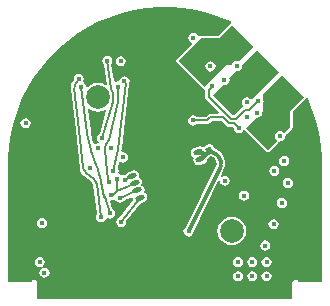
<source format=gbl>
G04*
G04 #@! TF.GenerationSoftware,Altium Limited,Altium Designer,20.2.5 (213)*
G04*
G04 Layer_Physical_Order=4*
G04 Layer_Color=16711680*
%FSLAX25Y25*%
%MOIN*%
G70*
G04*
G04 #@! TF.SameCoordinates,6A220F91-A522-4A6E-AAF5-B6834703FD54*
G04*
G04*
G04 #@! TF.FilePolarity,Positive*
G04*
G01*
G75*
%ADD11C,0.00787*%
%ADD39C,0.07874*%
%ADD41C,0.01181*%
%ADD48R,0.07874X0.07874*%
%ADD69C,0.09449*%
%ADD70C,0.01772*%
G04:AMPARAMS|DCode=71|XSize=19.68mil|YSize=23.62mil|CornerRadius=1.97mil|HoleSize=0mil|Usage=FLASHONLY|Rotation=200.000|XOffset=0mil|YOffset=0mil|HoleType=Round|Shape=RoundedRectangle|*
%AMROUNDEDRECTD71*
21,1,0.01968,0.01968,0,0,200.0*
21,1,0.01575,0.02362,0,0,200.0*
1,1,0.00394,-0.01077,0.00656*
1,1,0.00394,0.00403,0.01194*
1,1,0.00394,0.01077,-0.00656*
1,1,0.00394,-0.00403,-0.01194*
%
%ADD71ROUNDEDRECTD71*%
G04:AMPARAMS|DCode=72|XSize=17.72mil|YSize=31.5mil|CornerRadius=0mil|HoleSize=0mil|Usage=FLASHONLY|Rotation=290.000|XOffset=0mil|YOffset=0mil|HoleType=Round|Shape=Round|*
%AMOVALD72*
21,1,0.01378,0.01772,0.00000,0.00000,20.0*
1,1,0.01772,-0.00647,-0.00236*
1,1,0.01772,0.00647,0.00236*
%
%ADD72OVALD72*%

G36*
X-0Y52347D02*
X2057D01*
X6157Y52024D01*
X10220Y51381D01*
X14220Y50420D01*
X18132Y49149D01*
X21932Y47575D01*
X22098Y47491D01*
X22026Y46966D01*
X21964Y46954D01*
X21703Y46780D01*
X21703Y46780D01*
X17763Y42840D01*
X11971Y42840D01*
X11971Y42840D01*
X11664Y42778D01*
X11550Y42702D01*
X11144Y42761D01*
X10963Y42871D01*
X10655Y43332D01*
X10102Y43702D01*
X9449Y43832D01*
X8796Y43702D01*
X8242Y43332D01*
X7873Y42779D01*
X7743Y42126D01*
X7873Y41473D01*
X8242Y40920D01*
X8703Y40612D01*
X8864Y40065D01*
X3887Y35088D01*
X3712Y34827D01*
X3651Y34520D01*
X3712Y34213D01*
X3887Y33953D01*
X3887Y33953D01*
X12687Y25152D01*
X12947Y24978D01*
X13331Y24570D01*
X13363Y24429D01*
Y22441D01*
X13363Y22441D01*
X13454Y21980D01*
X13715Y21589D01*
X18038Y17267D01*
X17847Y16805D01*
X15097D01*
X14636Y16713D01*
X14245Y16452D01*
X14245Y16452D01*
X13545Y15753D01*
X10628D01*
X10627Y15755D01*
X10073Y16124D01*
X9420Y16254D01*
X8767Y16124D01*
X8214Y15755D01*
X7844Y15201D01*
X7714Y14548D01*
X7844Y13895D01*
X8214Y13342D01*
X8767Y12972D01*
X9420Y12842D01*
X10073Y12972D01*
X10627Y13342D01*
X10628Y13344D01*
X14044D01*
X14044Y13344D01*
X14505Y13436D01*
X14896Y13697D01*
X14896Y13697D01*
X15595Y14396D01*
X18955D01*
X20559Y12793D01*
X20559Y12793D01*
X20950Y12532D01*
X21410Y12440D01*
X21411Y12440D01*
X22465D01*
X22862Y12043D01*
X22862Y12040D01*
X22992Y11387D01*
X23361Y10834D01*
X23915Y10464D01*
X24568Y10334D01*
X25221Y10464D01*
X25774Y10834D01*
X25995Y11164D01*
X26072Y11206D01*
X26568Y11249D01*
X26600Y11239D01*
X33674Y4165D01*
X33935Y3991D01*
X34242Y3930D01*
X34549Y3991D01*
X34809Y4165D01*
X37816Y7172D01*
X37839Y7205D01*
X37869Y7230D01*
X37925Y7334D01*
X37990Y7432D01*
X38418Y7620D01*
X39070Y7750D01*
X39624Y8120D01*
X39994Y8673D01*
X40124Y9326D01*
X40311Y9753D01*
X40409Y9819D01*
X40513Y9874D01*
X40539Y9905D01*
X40572Y9927D01*
X42326Y11681D01*
X42500Y11942D01*
X42561Y12249D01*
Y17484D01*
X46780Y21703D01*
X46954Y21964D01*
X46966Y22026D01*
X47491Y22098D01*
X47575Y21932D01*
X49149Y18132D01*
X50420Y14220D01*
X51381Y10220D01*
X52024Y6157D01*
X52347Y2057D01*
Y-0D01*
X52347Y-38567D01*
X43307Y-38567D01*
X43000Y-38628D01*
X42739Y-38802D01*
X42565Y-39063D01*
X42504Y-39370D01*
X42504Y-44866D01*
X-42504Y-44866D01*
X-42504Y-39370D01*
X-42565Y-39063D01*
X-42739Y-38802D01*
X-43000Y-38628D01*
X-43307Y-38567D01*
X-52347D01*
X-52347Y-0D01*
X-52347Y2057D01*
X-52024Y6157D01*
X-51381Y10220D01*
X-50420Y14220D01*
X-49149Y18132D01*
X-47575Y21932D01*
X-45708Y25597D01*
X-43558Y29105D01*
X-41141Y32432D01*
X-38469Y35560D01*
X-35561Y38469D01*
X-32433Y41141D01*
X-29105Y43558D01*
X-25598Y45708D01*
X-21933Y47575D01*
X-18132Y49149D01*
X-14220Y50420D01*
X-10220Y51381D01*
X-6157Y52024D01*
X-2057Y52347D01*
X-0Y52347D01*
D02*
G37*
G36*
X29509Y38974D02*
X24740Y34205D01*
X24669Y34253D01*
X24016Y34383D01*
X23363Y34253D01*
X22809Y33884D01*
X22440Y33330D01*
X22400Y33128D01*
X20663D01*
X15095Y27560D01*
X15095D01*
X14542Y27191D01*
X14172Y26637D01*
D01*
X13255Y25720D01*
X4454Y34520D01*
X11971Y42037D01*
X18095Y42037D01*
X22271Y46213D01*
X29509Y38974D01*
D02*
G37*
G36*
X37861Y30623D02*
X28990Y21752D01*
X28493Y21801D01*
X28488Y21807D01*
X27935Y22177D01*
X27282Y22307D01*
X26629Y22177D01*
X26076Y21807D01*
X25706Y21254D01*
X25576Y20601D01*
X25706Y19948D01*
X25947Y19586D01*
X25952Y19573D01*
X25875Y19031D01*
X25834Y18955D01*
X25717Y18877D01*
X25717Y18877D01*
X23067Y16226D01*
X22748D01*
X15868Y23106D01*
X19225Y26463D01*
X19835Y26342D01*
X20488Y26472D01*
X21041Y26841D01*
X21411Y27395D01*
X21541Y28048D01*
X21420Y28658D01*
X23780Y31018D01*
X24016Y30971D01*
X24669Y31101D01*
X25222Y31471D01*
X25592Y32024D01*
X25722Y32677D01*
X25675Y32913D01*
X30623Y37861D01*
X37861Y30623D01*
D02*
G37*
G36*
X46213Y22271D02*
X41758Y17817D01*
Y12249D01*
X40004Y10495D01*
X39624Y10532D01*
X39070Y10902D01*
X38418Y11032D01*
X37765Y10902D01*
X37211Y10532D01*
X36841Y9979D01*
X36712Y9326D01*
X36841Y8673D01*
X37211Y8120D01*
X37249Y7740D01*
X34242Y4733D01*
X27004Y11971D01*
X30500Y15467D01*
X30762Y15415D01*
X31415Y15545D01*
X31968Y15915D01*
X32338Y16468D01*
X32468Y17121D01*
X32416Y17383D01*
X32850Y17817D01*
Y20839D01*
X32886Y21018D01*
X32850Y21198D01*
Y23385D01*
X38974Y29509D01*
X46213Y22271D01*
D02*
G37*
%LPC*%
G36*
X-14764Y35995D02*
X-15417Y35865D01*
X-15970Y35495D01*
X-16340Y34942D01*
X-16470Y34289D01*
X-16340Y33636D01*
X-15970Y33083D01*
X-15417Y32713D01*
X-14764Y32583D01*
X-14111Y32713D01*
X-13557Y33083D01*
X-13188Y33636D01*
X-13058Y34289D01*
X-13188Y34942D01*
X-13557Y35495D01*
X-14111Y35865D01*
X-14764Y35995D01*
D02*
G37*
G36*
X-19216Y36129D02*
X-19869Y35999D01*
X-20422Y35629D01*
X-20792Y35076D01*
X-20922Y34423D01*
X-20792Y33770D01*
X-20422Y33217D01*
X-20239Y33094D01*
X-19277Y26513D01*
X-19708Y26260D01*
X-19888Y26398D01*
X-21038Y26874D01*
X-22271Y27036D01*
X-23504Y26874D01*
X-24654Y26398D01*
X-25641Y25641D01*
X-25757Y25488D01*
X-26062Y25552D01*
X-26260Y25655D01*
X-26377Y26243D01*
X-26746Y26797D01*
X-27075Y27016D01*
X-27213Y27620D01*
X-27164Y27694D01*
X-27034Y28346D01*
X-27164Y28999D01*
X-27534Y29553D01*
X-28087Y29923D01*
X-28740Y30052D01*
X-29393Y29923D01*
X-29946Y29553D01*
X-30316Y28999D01*
X-30446Y28346D01*
X-30401Y28117D01*
X-30750Y27640D01*
X-30794Y27547D01*
X-30962Y27328D01*
X-31309Y26490D01*
X-31427Y25591D01*
X-31388Y25292D01*
X-31397Y25182D01*
X-29755Y11349D01*
X-29757Y11347D01*
X-29779Y11344D01*
X-29775Y11323D01*
X-29755Y11325D01*
X-29752Y11322D01*
X-28435Y-1536D01*
X-28397Y-1661D01*
X-28342Y-2083D01*
X-27994Y-2921D01*
X-27442Y-3640D01*
X-27131Y-3879D01*
X-27045Y-3974D01*
X-24417Y-5913D01*
X-24416Y-5917D01*
X-24430Y-5936D01*
X-24297Y-6024D01*
X-24282Y-6047D01*
X-24167Y-6262D01*
X-24046Y-6516D01*
X-24044Y-6526D01*
X-23992Y-6759D01*
X-23940Y-7021D01*
X-22645Y-16684D01*
X-22873Y-17025D01*
X-23003Y-17678D01*
X-22873Y-18330D01*
X-22503Y-18884D01*
X-21950Y-19254D01*
X-21297Y-19384D01*
X-20644Y-19254D01*
X-20090Y-18884D01*
X-19721Y-18330D01*
X-19684Y-18144D01*
X-19128Y-17914D01*
X-18984Y-18010D01*
X-18331Y-18140D01*
X-17679Y-18010D01*
X-17125Y-17640D01*
X-16755Y-17087D01*
X-16625Y-16434D01*
X-16755Y-15781D01*
X-17125Y-15228D01*
X-17551Y-14943D01*
X-18390Y-12369D01*
X-18058Y-11995D01*
X-17947Y-12017D01*
X-17294Y-11887D01*
X-17071Y-11738D01*
X-16536Y-11864D01*
X-16166Y-12418D01*
X-15613Y-12788D01*
X-14960Y-12918D01*
X-14307Y-12788D01*
X-13754Y-12418D01*
X-13447Y-11958D01*
X-11049Y-10915D01*
X-10622Y-11275D01*
X-10640Y-11348D01*
X-10538Y-12006D01*
X-10507Y-12058D01*
X-14910Y-17654D01*
X-15221Y-17716D01*
X-15774Y-18086D01*
X-16144Y-18639D01*
X-16274Y-19292D01*
X-16144Y-19945D01*
X-15774Y-20499D01*
X-15221Y-20868D01*
X-14568Y-20998D01*
X-13915Y-20868D01*
X-13361Y-20499D01*
X-12991Y-19945D01*
X-12862Y-19292D01*
X-12917Y-19016D01*
X-8143Y-12949D01*
X-7057Y-12554D01*
X-6488Y-12209D01*
X-6094Y-11672D01*
X-5936Y-11025D01*
X-6037Y-10367D01*
X-6383Y-9798D01*
X-6615Y-9628D01*
X-6970Y-9267D01*
X-6812Y-8620D01*
X-6913Y-7963D01*
X-7258Y-7394D01*
X-7490Y-7224D01*
X-7845Y-6862D01*
X-7687Y-6216D01*
X-7788Y-5558D01*
X-8133Y-4989D01*
X-8365Y-4819D01*
X-8720Y-4458D01*
X-8562Y-3811D01*
X-8663Y-3153D01*
X-9008Y-2584D01*
X-9545Y-2190D01*
X-10192Y-2032D01*
X-10850Y-2134D01*
X-12145Y-2605D01*
X-12714Y-2950D01*
X-13107Y-3487D01*
X-13114Y-3512D01*
X-13252Y-3484D01*
X-13905Y-3614D01*
X-14157Y-3783D01*
X-14801Y-3666D01*
X-14801Y-3666D01*
X-15262Y-3357D01*
X-15383Y-3217D01*
X-15558Y-2745D01*
X-15472Y-2312D01*
X-15602Y-1659D01*
X-15761Y-1422D01*
X-15341Y577D01*
X-14783Y805D01*
X-14552Y651D01*
X-13900Y521D01*
X-13247Y651D01*
X-12693Y1021D01*
X-12324Y1574D01*
X-12194Y2227D01*
X-12324Y2880D01*
X-12693Y3433D01*
X-13247Y3803D01*
X-13900Y3933D01*
X-14136Y3886D01*
X-14558Y4312D01*
X-14501Y4582D01*
X-14500Y4691D01*
X-14488Y4783D01*
X-14449Y4903D01*
X-11908Y26963D01*
X-11787Y27571D01*
X-11917Y28223D01*
X-12287Y28777D01*
X-12840Y29147D01*
X-13493Y29277D01*
X-14146Y29147D01*
X-14699Y28777D01*
X-15069Y28223D01*
X-15199Y27571D01*
X-15285Y27485D01*
X-15677Y27563D01*
X-16330Y27433D01*
X-16460Y27346D01*
X-17000Y27586D01*
X-17856Y33446D01*
X-17640Y33770D01*
X-17510Y34423D01*
X-17640Y35076D01*
X-18010Y35629D01*
X-18563Y35999D01*
X-19216Y36129D01*
D02*
G37*
G36*
X-46457Y15289D02*
X-47109Y15159D01*
X-47663Y14789D01*
X-48033Y14235D01*
X-48163Y13583D01*
X-48033Y12930D01*
X-47663Y12376D01*
X-47109Y12007D01*
X-46457Y11877D01*
X-45804Y12007D01*
X-45250Y12376D01*
X-44881Y12930D01*
X-44751Y13583D01*
X-44881Y14235D01*
X-45250Y14789D01*
X-45804Y15159D01*
X-46457Y15289D01*
D02*
G37*
G36*
X15155Y6622D02*
X14768Y6562D01*
X13288Y6024D01*
X12953Y5820D01*
X12303Y5739D01*
X12282Y5754D01*
X11636Y5912D01*
X10978Y5811D01*
X9683Y5340D01*
X9114Y4994D01*
X8720Y4458D01*
X8562Y3811D01*
X8663Y3153D01*
X9008Y2584D01*
X9240Y2414D01*
X9595Y2053D01*
X9437Y1406D01*
X9539Y748D01*
X9884Y179D01*
X10421Y-214D01*
X11067Y-372D01*
X11725Y-271D01*
X13020Y200D01*
X13589Y545D01*
X13983Y1082D01*
X14141Y1729D01*
X14136Y1761D01*
X14796Y2341D01*
X15420Y2569D01*
X16522Y2077D01*
X16525Y2072D01*
X16517Y2054D01*
X16596Y1970D01*
X16788Y1508D01*
X17283Y149D01*
X17269Y120D01*
D01*
X17263Y5D01*
X17283Y-5D01*
X7013Y-21004D01*
X6668Y-21235D01*
X6298Y-21788D01*
X6168Y-22441D01*
X6298Y-23094D01*
X6668Y-23647D01*
X7221Y-24017D01*
X7874Y-24147D01*
X8527Y-24017D01*
X9080Y-23647D01*
X9450Y-23094D01*
X9580Y-22441D01*
X9539Y-22234D01*
X17690Y-5569D01*
X18191Y-5683D01*
X18294Y-6204D01*
X18664Y-6758D01*
X19218Y-7128D01*
X19871Y-7258D01*
X20523Y-7128D01*
X21077Y-6758D01*
X21447Y-6204D01*
X21576Y-5551D01*
X21447Y-4899D01*
X21077Y-4345D01*
X20523Y-3975D01*
X19871Y-3845D01*
X19218Y-3975D01*
X18933Y-4166D01*
X18543Y-3825D01*
X19807Y-1240D01*
X19848Y-1086D01*
X20008Y-701D01*
X20109Y70D01*
X20008Y840D01*
X19946Y988D01*
X19931Y1089D01*
X19258Y2939D01*
X19175Y3074D01*
X19037Y3409D01*
X18563Y4025D01*
X17947Y4499D01*
X17763Y4575D01*
X17667Y4643D01*
X16315Y5246D01*
X16054Y5962D01*
X15851Y6297D01*
X15535Y6529D01*
X15155Y6622D01*
D02*
G37*
G36*
X39740Y2750D02*
X39087Y2620D01*
X38534Y2250D01*
X38164Y1697D01*
X38034Y1044D01*
X38164Y391D01*
X38534Y-162D01*
X39087Y-532D01*
X39740Y-662D01*
X40393Y-532D01*
X40946Y-162D01*
X41316Y391D01*
X41446Y1044D01*
X41316Y1697D01*
X40946Y2250D01*
X40393Y2620D01*
X39740Y2750D01*
D02*
G37*
G36*
X36469Y-521D02*
X35816Y-651D01*
X35263Y-1021D01*
X34893Y-1574D01*
X34763Y-2227D01*
X34893Y-2880D01*
X35263Y-3433D01*
X35816Y-3803D01*
X36469Y-3933D01*
X37122Y-3803D01*
X37675Y-3433D01*
X38045Y-2880D01*
X38175Y-2227D01*
X38045Y-1574D01*
X37675Y-1021D01*
X37122Y-651D01*
X36469Y-521D01*
D02*
G37*
G36*
X40945Y-4593D02*
X40292Y-4723D01*
X39739Y-5093D01*
X39369Y-5646D01*
X39239Y-6299D01*
X39369Y-6952D01*
X39739Y-7506D01*
X40292Y-7875D01*
X40945Y-8005D01*
X41598Y-7875D01*
X42151Y-7506D01*
X42521Y-6952D01*
X42651Y-6299D01*
X42521Y-5646D01*
X42151Y-5093D01*
X41598Y-4723D01*
X40945Y-4593D01*
D02*
G37*
G36*
X26383Y-8803D02*
X25730Y-8933D01*
X25177Y-9303D01*
X24807Y-9856D01*
X24677Y-10509D01*
X24807Y-11162D01*
X25177Y-11715D01*
X25730Y-12085D01*
X26383Y-12215D01*
X27036Y-12085D01*
X27589Y-11715D01*
X27959Y-11162D01*
X28089Y-10509D01*
X27959Y-9856D01*
X27589Y-9303D01*
X27036Y-8933D01*
X26383Y-8803D01*
D02*
G37*
G36*
X38976Y-11286D02*
X38324Y-11416D01*
X37770Y-11786D01*
X37400Y-12339D01*
X37270Y-12992D01*
X37400Y-13645D01*
X37770Y-14198D01*
X38324Y-14568D01*
X38976Y-14698D01*
X39629Y-14568D01*
X40183Y-14198D01*
X40552Y-13645D01*
X40682Y-12992D01*
X40552Y-12339D01*
X40183Y-11786D01*
X39629Y-11416D01*
X38976Y-11286D01*
D02*
G37*
G36*
X-40945Y-17979D02*
X-41598Y-18109D01*
X-42151Y-18479D01*
X-42521Y-19032D01*
X-42651Y-19685D01*
X-42521Y-20338D01*
X-42151Y-20891D01*
X-41598Y-21261D01*
X-40945Y-21391D01*
X-40292Y-21261D01*
X-39739Y-20891D01*
X-39369Y-20338D01*
X-39239Y-19685D01*
X-39369Y-19032D01*
X-39739Y-18479D01*
X-40292Y-18109D01*
X-40945Y-17979D01*
D02*
G37*
G36*
X36220Y-18373D02*
X35568Y-18503D01*
X35014Y-18872D01*
X34644Y-19426D01*
X34514Y-20079D01*
X34644Y-20732D01*
X35014Y-21285D01*
X35568Y-21655D01*
X36220Y-21785D01*
X36873Y-21655D01*
X37427Y-21285D01*
X37797Y-20732D01*
X37927Y-20079D01*
X37797Y-19426D01*
X37427Y-18872D01*
X36873Y-18503D01*
X36220Y-18373D01*
D02*
G37*
G36*
X22271Y-17506D02*
X21038Y-17668D01*
X19888Y-18144D01*
X18902Y-18902D01*
X18144Y-19888D01*
X17668Y-21038D01*
X17506Y-22271D01*
X17668Y-23504D01*
X18144Y-24654D01*
X18902Y-25641D01*
X19888Y-26398D01*
X21038Y-26874D01*
X22271Y-27036D01*
X23504Y-26874D01*
X24654Y-26398D01*
X25641Y-25641D01*
X26398Y-24654D01*
X26874Y-23504D01*
X27036Y-22271D01*
X26874Y-21038D01*
X26398Y-19888D01*
X25641Y-18902D01*
X24654Y-18144D01*
X23504Y-17668D01*
X22271Y-17506D01*
D02*
G37*
G36*
X33465Y-25459D02*
X32812Y-25589D01*
X32258Y-25959D01*
X31888Y-26513D01*
X31759Y-27165D01*
X31888Y-27818D01*
X32258Y-28372D01*
X32812Y-28741D01*
X33465Y-28871D01*
X34117Y-28741D01*
X34671Y-28372D01*
X35041Y-27818D01*
X35171Y-27165D01*
X35041Y-26513D01*
X34671Y-25959D01*
X34117Y-25589D01*
X33465Y-25459D01*
D02*
G37*
G36*
X33858Y-30971D02*
X33205Y-31101D01*
X32652Y-31471D01*
X32282Y-32024D01*
X32152Y-32677D01*
X32282Y-33330D01*
X32652Y-33884D01*
X33205Y-34253D01*
X33858Y-34383D01*
X34511Y-34253D01*
X35065Y-33884D01*
X35434Y-33330D01*
X35564Y-32677D01*
X35434Y-32024D01*
X35065Y-31471D01*
X34511Y-31101D01*
X33858Y-30971D01*
D02*
G37*
G36*
X29134D02*
X28481Y-31101D01*
X27928Y-31471D01*
X27558Y-32024D01*
X27428Y-32677D01*
X27558Y-33330D01*
X27928Y-33884D01*
X28481Y-34253D01*
X29134Y-34383D01*
X29787Y-34253D01*
X30340Y-33884D01*
X30710Y-33330D01*
X30840Y-32677D01*
X30710Y-32024D01*
X30340Y-31471D01*
X29787Y-31101D01*
X29134Y-30971D01*
D02*
G37*
G36*
X24409D02*
X23757Y-31101D01*
X23203Y-31471D01*
X22833Y-32024D01*
X22704Y-32677D01*
X22833Y-33330D01*
X23203Y-33884D01*
X23757Y-34253D01*
X24409Y-34383D01*
X25062Y-34253D01*
X25616Y-33884D01*
X25986Y-33330D01*
X26116Y-32677D01*
X25986Y-32024D01*
X25616Y-31471D01*
X25062Y-31101D01*
X24409Y-30971D01*
D02*
G37*
G36*
X-41732D02*
X-42385Y-31101D01*
X-42939Y-31471D01*
X-43308Y-32024D01*
X-43438Y-32677D01*
X-43308Y-33330D01*
X-42939Y-33884D01*
X-42385Y-34253D01*
X-41732Y-34383D01*
X-41079Y-34253D01*
X-40867Y-34682D01*
X-41364Y-35014D01*
X-41734Y-35568D01*
X-41864Y-36220D01*
X-41734Y-36873D01*
X-41364Y-37427D01*
X-40810Y-37797D01*
X-40157Y-37927D01*
X-39505Y-37797D01*
X-38951Y-37427D01*
X-38581Y-36873D01*
X-38451Y-36220D01*
X-38581Y-35568D01*
X-38951Y-35014D01*
X-39505Y-34644D01*
X-40157Y-34514D01*
X-40810Y-34644D01*
X-41023Y-34216D01*
X-40526Y-33884D01*
X-40156Y-33330D01*
X-40026Y-32677D01*
X-40156Y-32024D01*
X-40526Y-31471D01*
X-41079Y-31101D01*
X-41732Y-30971D01*
D02*
G37*
G36*
X33858Y-35696D02*
X33205Y-35825D01*
X32652Y-36195D01*
X32282Y-36749D01*
X32152Y-37402D01*
X32282Y-38054D01*
X32652Y-38608D01*
X33205Y-38978D01*
X33858Y-39108D01*
X34511Y-38978D01*
X35065Y-38608D01*
X35434Y-38054D01*
X35564Y-37402D01*
X35434Y-36749D01*
X35065Y-36195D01*
X34511Y-35825D01*
X33858Y-35696D01*
D02*
G37*
G36*
X29134Y-35696D02*
X28481Y-35825D01*
X27928Y-36195D01*
X27558Y-36749D01*
X27428Y-37402D01*
X27558Y-38054D01*
X27928Y-38608D01*
X28481Y-38978D01*
X29134Y-39108D01*
X29787Y-38978D01*
X30340Y-38608D01*
X30710Y-38054D01*
X30840Y-37402D01*
X30710Y-36749D01*
X30340Y-36195D01*
X29787Y-35825D01*
X29134Y-35696D01*
D02*
G37*
G36*
X24409D02*
X23757Y-35825D01*
X23203Y-36195D01*
X22833Y-36749D01*
X22704Y-37402D01*
X22833Y-38054D01*
X23203Y-38608D01*
X23757Y-38978D01*
X24409Y-39108D01*
X25062Y-38978D01*
X25616Y-38608D01*
X25986Y-38054D01*
X26116Y-37402D01*
X25986Y-36749D01*
X25616Y-36195D01*
X25062Y-35825D01*
X24409Y-35696D01*
D02*
G37*
%LPD*%
G36*
X-24654Y18144D02*
X-23504Y17668D01*
X-22271Y17506D01*
X-21038Y17668D01*
X-19940Y18123D01*
X-19624Y17963D01*
X-19493Y17872D01*
X-21802Y10082D01*
X-22186Y9826D01*
X-22556Y9272D01*
X-22685Y8619D01*
X-22556Y7967D01*
X-22186Y7413D01*
X-22137Y7380D01*
X-22332Y6909D01*
X-22441Y6931D01*
X-23094Y6801D01*
X-23324Y6648D01*
X-23885Y6874D01*
X-24550Y9927D01*
X-24629Y10410D01*
X-24644Y10490D01*
X-24735Y10972D01*
X-25746Y18352D01*
X-25279Y18624D01*
X-24654Y18144D01*
D02*
G37*
%LPC*%
G36*
X15172Y34277D02*
X14519Y34148D01*
X13966Y33778D01*
X13596Y33224D01*
X13466Y32571D01*
X13596Y31919D01*
X13966Y31365D01*
X14519Y30995D01*
X15172Y30865D01*
X15825Y30995D01*
X16378Y31365D01*
X16748Y31919D01*
X16878Y32571D01*
X16748Y33224D01*
X16378Y33778D01*
X15825Y34148D01*
X15172Y34277D01*
D02*
G37*
%LPD*%
D11*
X-22867Y-6144D02*
G03*
X-22873Y-6123I-761J-201D01*
G01*
X-27237Y-1414D02*
G03*
X-26330Y-3005I2252J231D01*
G01*
X-22837Y-6261D02*
G03*
X-22867Y-6144I-2206J-507D01*
G01*
X-22799Y-6470D02*
G03*
X-22834Y-6271I-2240J-296D01*
G01*
X-22873Y-6123D02*
G03*
X-23702Y-4944I-2166J-643D01*
G01*
X-29779Y26928D02*
G03*
X-30201Y25324I1826J-1338D01*
G01*
X-28554Y11445D02*
G03*
X-28559Y11490I-2253J-225D01*
G01*
X-22805Y-573D02*
G03*
X-22851Y-428I-2180J-610D01*
G01*
X-20151Y-10827D02*
G03*
X-20099Y-11013I2204J516D01*
G01*
X-21304Y-5898D02*
G03*
X-21351Y-5717I-3739J-870D01*
G01*
X-24653Y4743D02*
G03*
X-24576Y4474I2212J482D01*
G01*
X-25862Y10323D02*
G03*
X-25831Y10148I2243J307D01*
G01*
X-17917Y25530D02*
G03*
X-17829Y25154I2240J327D01*
G01*
X-17364Y20817D02*
G03*
X-17408Y23865I-4907J1455D01*
G01*
X-19521Y6871D02*
G03*
X-20148Y5084I1626J-1575D01*
G01*
X-15763Y20711D02*
G03*
X-15581Y22465I-6509J1560D01*
G01*
X-19432Y-2524D02*
G03*
X-19385Y-2816I2254J212D01*
G01*
X-19352Y7046D02*
G03*
X-18777Y8095I-1627J1574D01*
G01*
X-15680Y4830D02*
G03*
X-15645Y5041I-2215J467D01*
G01*
X-19216Y34423D02*
X-17917Y25530D01*
X-24576Y4474D02*
X-22851Y-428D01*
X-22805Y-573D02*
X-21351Y-5717D01*
X-26330Y-3005D02*
X-23702Y-4944D01*
X-22799Y-6470D02*
X-22798Y-6477D01*
X-22867Y-6144D02*
X-22867Y-6144D01*
X-22798Y-6477D02*
X-21297Y-17678D01*
X-22837Y-6261D02*
X-22834Y-6271D01*
X-30201Y25324D02*
X-28559Y11490D01*
X-29779Y26928D02*
X-28740Y28346D01*
X-28554Y11445D02*
X-27237Y-1414D01*
X-21304Y-5898D02*
X-20151Y-10827D01*
X-20099Y-11013D02*
X-18331Y-16434D01*
X-27953Y25591D02*
X-25862Y10323D01*
X-25831Y10148D02*
X-24653Y4743D01*
X-20979Y8619D02*
X-17364Y20817D01*
X-17829Y25154D02*
X-17408Y23865D01*
X-19521Y6871D02*
X-19352Y7046D01*
X-19385Y-2816D02*
X-18701Y-5815D01*
X-20148Y5084D02*
X-19432Y-2524D01*
X-15677Y25857D02*
X-15581Y22465D01*
X-18777Y8095D02*
X-15763Y20711D01*
X-15645Y5041D02*
X-13099Y27143D01*
X21986Y15022D02*
X23565D01*
X14567Y22441D02*
Y24537D01*
Y22441D02*
X21986Y15022D01*
X14044Y14548D02*
X15097Y15600D01*
X19454D02*
X21410Y13644D01*
X22964D01*
X24568Y12040D01*
X15097Y15600D02*
X19454D01*
X15748Y25718D02*
Y25984D01*
X14567Y24537D02*
X15748Y25718D01*
X-17178Y-2312D02*
X-15680Y4830D01*
X-14568Y-19292D02*
X-14418Y-18977D01*
X-8288Y-11186D01*
X-14960Y-11212D02*
X-14601Y-11147D01*
X-11991Y-7211D02*
X-10039Y-6377D01*
X-14601Y-11147D02*
X-9163Y-8782D01*
X-16007Y-8929D02*
Y-4872D01*
X-17668Y-10589D02*
X-16007Y-8929D01*
X-11991Y-7211D01*
X-13252Y-5190D02*
X-10914Y-3972D01*
X26569Y18025D02*
X28021D01*
X23565Y15022D02*
X26569Y18025D01*
X9420Y14548D02*
X14044D01*
X28021Y18025D02*
X31014Y21018D01*
X31179D01*
D39*
X22271Y-22271D02*
D03*
X-22271Y22271D02*
D03*
D41*
X17937Y2458D02*
G03*
X17095Y3360I-1480J-539D01*
G01*
X18545Y-622D02*
G03*
X18611Y608I-1415J692D01*
G01*
X13311Y3484D02*
G03*
X13687Y3469I236J1157D01*
G01*
X14708Y4425D02*
X17095Y3360D01*
X13983Y3504D02*
X14708Y4425D01*
X7874Y-22441D02*
X18545Y-622D01*
X13687Y3469D02*
X13983Y3504D01*
X10914Y3972D02*
X13311Y3484D01*
X11789Y1568D02*
X13987Y3501D01*
X17937Y2458D02*
X18611Y608D01*
X12664Y-837D02*
X16054Y725D01*
D48*
X48425Y-35433D02*
D03*
X-48425Y-35433D02*
D03*
D69*
X22271Y38974D02*
D03*
X30623Y30623D02*
D03*
X38974Y22271D02*
D03*
D70*
X-14764Y34289D02*
D03*
X-19216Y34423D02*
D03*
X-27953Y25591D02*
D03*
X-23619Y10630D02*
D03*
X-20979Y8619D02*
D03*
X-24985Y-1183D02*
D03*
X-467Y31471D02*
D03*
X2067Y35039D02*
D03*
X8049Y-16036D02*
D03*
X7874Y-22441D02*
D03*
X19871Y-5551D02*
D03*
X-40157Y-36220D02*
D03*
X-41732Y-32677D02*
D03*
X-46063Y-37402D02*
D03*
Y-32677D02*
D03*
X-51181D02*
D03*
Y-37402D02*
D03*
X-15677Y25857D02*
D03*
X-13493Y27571D02*
D03*
X-17895Y5296D02*
D03*
X-29134Y31102D02*
D03*
X-28740Y28346D02*
D03*
X-30807Y11220D02*
D03*
X33465Y-27165D02*
D03*
X36220Y-20079D02*
D03*
X38976Y-12992D02*
D03*
X40945Y-6299D02*
D03*
X36469Y-2227D02*
D03*
X39740Y1044D02*
D03*
X3825Y37781D02*
D03*
X18110Y22835D02*
D03*
X20079Y20866D02*
D03*
X15748Y25984D02*
D03*
X24016Y32677D02*
D03*
X8268D02*
D03*
X11024Y29921D02*
D03*
X29921Y11811D02*
D03*
X45276Y8268D02*
D03*
X45669Y4331D02*
D03*
X48819Y-7874D02*
D03*
X47244Y-4724D02*
D03*
X45276Y-11417D02*
D03*
X46850Y-14567D02*
D03*
X44094Y-21654D02*
D03*
X42520Y-18504D02*
D03*
X39764Y-25591D02*
D03*
X41339Y-28740D02*
D03*
X-9347Y-18422D02*
D03*
X-21297Y-17678D02*
D03*
X-25043Y-6768D02*
D03*
X-18331Y-16434D02*
D03*
X-17947Y-10311D02*
D03*
X-14568Y-19292D02*
D03*
X-22441Y5225D02*
D03*
X-18701Y-5815D02*
D03*
X-30553Y-1183D02*
D03*
X-24985Y-12319D02*
D03*
X-30553D02*
D03*
X-10236Y31102D02*
D03*
X-42815Y5610D02*
D03*
X-43209Y-8169D02*
D03*
X-39764Y11220D02*
D03*
X-33858Y11262D02*
D03*
X-36121Y-6751D02*
D03*
Y-12319D02*
D03*
Y-1183D02*
D03*
X-37008Y-19685D02*
D03*
X-40945D02*
D03*
X-14960Y-11212D02*
D03*
X31597Y-8491D02*
D03*
X46654Y-32677D02*
D03*
X44488Y-35039D02*
D03*
X48819Y-35039D02*
D03*
X46654Y-37402D02*
D03*
X50984Y-32677D02*
D03*
Y-37402D02*
D03*
X9449Y42126D02*
D03*
X15172Y32571D02*
D03*
X-46457Y13583D02*
D03*
X-2088Y-5150D02*
D03*
X5150D02*
D03*
Y2088D02*
D03*
X8491Y-8491D02*
D03*
X-5429Y5429D02*
D03*
X9326Y-1531D02*
D03*
X-6264D02*
D03*
X8213Y5707D02*
D03*
X-5429Y-8491D02*
D03*
X1531Y5150D02*
D03*
Y-8213D02*
D03*
X-2088Y2088D02*
D03*
X1531Y-1531D02*
D03*
X-30553Y-6751D02*
D03*
X-13900Y2227D02*
D03*
X-13252Y-5190D02*
D03*
X-17178Y-2312D02*
D03*
X-16007Y-4872D02*
D03*
X37992Y-37402D02*
D03*
X40157Y-35039D02*
D03*
X37992Y-32677D02*
D03*
X27282Y20601D02*
D03*
X26383Y-5498D02*
D03*
X27421Y15590D02*
D03*
X42323Y-37402D02*
D03*
X26383Y-10509D02*
D03*
X33858Y-37402D02*
D03*
X29134Y-37402D02*
D03*
X24409D02*
D03*
X33858Y-32677D02*
D03*
X29134D02*
D03*
X24409D02*
D03*
X42323D02*
D03*
X30901Y-5568D02*
D03*
X20670Y9674D02*
D03*
X18234Y12945D02*
D03*
X32432Y8212D02*
D03*
X30762Y17121D02*
D03*
X38418Y9326D02*
D03*
X19835Y28048D02*
D03*
X24568Y12040D02*
D03*
X31179Y21018D02*
D03*
X9420Y14548D02*
D03*
D71*
X16054Y725D02*
D03*
X14708Y4425D02*
D03*
D72*
X10914Y3972D02*
D03*
X11789Y1568D02*
D03*
X12664Y-837D02*
D03*
X-11789Y-1568D02*
D03*
X-10914Y-3972D02*
D03*
X-10039Y-6377D02*
D03*
X-9163Y-8782D02*
D03*
X-8288Y-11186D02*
D03*
M02*

</source>
